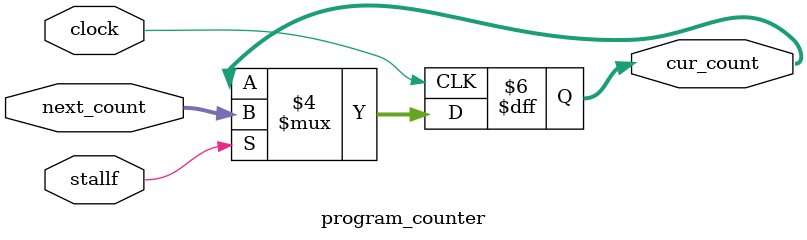
<source format=v>
`ifndef PC_V
`define PC_V

module program_counter(clock, stallf, next_count, cur_count);
input [31:0] next_count;
input stallf;
input clock;
output reg [31:0] cur_count;
always @(posedge clock)
begin
    if(stallf==1)
        cur_count <= next_count;
end
initial
begin
    // See readme for the required starting two bytes of the binary.
    cur_count <= 32'h00400000;
end
endmodule

`endif

</source>
